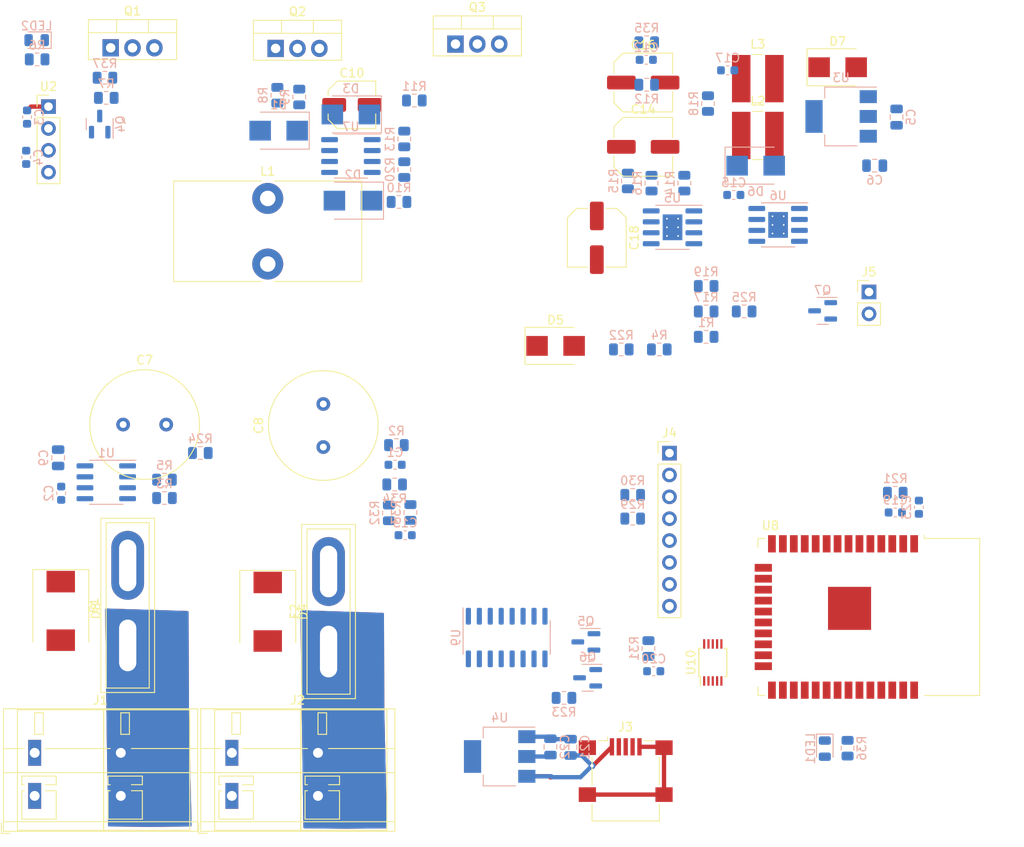
<source format=kicad_pcb>
(kicad_pcb (version 20211014) (generator pcbnew)
  (layers (0 "F.Cu" signal) (31 "B.Cu" signal) (34 "B.Paste" user) (35 "F.Paste" user) (36 "B.SilkS" user "B.Silkscreen") (37 "F.SilkS" user "F.Silkscreen") (38 "B.Mask" user) (39 "F.Mask" user) (44 "Edge.Cuts" user))
  (net 0 "")
  (net 1 "A3")
  (net 2 "GND")
  (net 3 "Net-(C2-Pad1)")
  (net 4 "+12V")
  (net 5 "Net-(C3-Pad2)")
  (net 6 "Net-(C4-Pad1)")
  (net 7 "Net-(C4-Pad2)")
  (net 8 "+5V")
  (net 9 "Net-(C7-Pad1)")
  (net 10 "Net-(C8-Pad1)")
  (net 11 "Net-(C10-Pad1)")
  (net 12 "Net-(C10-Pad2)")
  (net 13 "Net-(C12-Pad1)")
  (net 14 "A1")
  (net 15 "+3.3V")
  (net 16 "Net-(C17-Pad2)")
  (net 17 "Net-(C18-Pad1)")
  (net 18 "EN")
  (net 19 "Net-(C21-Pad1)")
  (net 20 "Net-(C22-Pad1)")
  (net 21 "Net-(D4-Pad2)")
  (net 22 "Net-(D8-Pad2)")
  (net 23 "Net-(J3-Pad2)")
  (net 24 "Net-(J3-Pad3)")
  (net 26 "SDA")
  (net 27 "SCL")
  (net 28 "GPIO17")
  (net 29 "GPIO18")
  (net 30 "GPIO19")
  (net 31 "GPIO23")
  (net 32 "Net-(J5-Pad2)")
  (net 33 "Net-(D1-Pad1)")
  (net 34 "Net-(D1-Pad2)")
  (net 35 "Net-(LED1-Pad1)")
  (net 36 "Net-(LED1-Pad2)")
  (net 37 "Net-(D2-Pad1)")
  (net 38 "Net-(Q5-Pad1)")
  (net 39 "Net-(Q5-Pad2)")
  (net 40 "Net-(Q6-Pad1)")
  (net 41 "Net-(Q6-Pad2)")
  (net 42 "GPIO0")
  (net 43 "Net-(R3-Pad1)")
  (net 44 "Net-(R3-Pad2)")
  (net 45 "A2")
  (net 46 "GPIO27")
  (net 47 "Net-(D2-Pad2)")
  (net 48 "Net-(D5-Pad2)")
  (net 49 "Net-(D6-Pad2)")
  (net 50 "Net-(LED2-Pad2)")
  (net 51 "GPIO33")
  (net 52 "GPIO32")
  (net 53 "Net-(Q7-Pad1)")
  (net 54 "GPIO34")
  (net 72 "RX")
  (net 73 "TX")
  (net 82 "Net-(Q1-Pad2)")
  (net 83 "Net-(R14-Pad2)")
  (footprint "Diode_SMD:D_SMB" (layer "F.Cu") (at 149.34 98.05)
    (fp_text reference "D5")
    (fp_text value "SS310")
  )
  (footprint "Connector_USB:USB_Mini-B_Lumberg_2486_01_Horizontal" (layer "F.Cu") (at 157.48 147.32)
    (fp_text reference "J3")
    (fp_text value "USB_B_Mini")
  )
  (footprint "Package_TO_SOT_THT:TO-220-3_Vertical" (layer "F.Cu") (at 137.7188 62.992)
    (fp_text reference "Q3")
    (fp_text value "CSD19505KCS")
  )
  (footprint "Diode_SMD:D_SMB" (layer "F.Cu") (at 182.0836 65.6844)
    (fp_text reference "D7")
    (fp_text value "SS310")
  )
  (footprint "Capacitor_SMD:C_Elec_6.3x5.8" (layer "F.Cu") (at 159.5145 74.93)
    (fp_text reference "C14")
    (fp_text value "100uF")
  )
  (footprint "Package_TO_SOT_THT:TO-220-3_Vertical" (layer "F.Cu") (at 116.84 63.5)
    (fp_text reference "Q2")
    (fp_text value "CSD19505KCS")
  )
  (footprint "Fuse:Fuse_Blade_ATO_directSolder" (layer "F.Cu") (at 99.6696 132.842 90)
    (fp_text reference "F1")
    (fp_text value "Fuse")
  )
  (footprint "Fuse:Fuse_Blade_ATO_directSolder" (layer "F.Cu") (at 122.9868 133.5568 90)
    (fp_text reference "F2")
    (fp_text value "Fuse")
  )
  (footprint "Connector_PinHeader_2.54mm:PinHeader_1x04_P2.54mm_Vertical" (layer "F.Cu") (at 90.4748 70.2564)
    (fp_text reference "U2")
    (fp_text value "B1212S")
  )
  (footprint "RF_Module:ESP32-WROOM-32" (layer "F.Cu") (at 182.71 129.54 -90)
    (fp_text reference "U8")
    (fp_text value "ESP32")
  )
  (footprint "Package_TO_SOT_THT:TO-220-3_Vertical" (layer "F.Cu") (at 97.6884 63.429)
    (fp_text reference "Q1")
    (fp_text value "CSD19505KCS")
  )
  (footprint "Inductor_THT:L_Toroid_Vertical_L21.6mm_W11.4mm_P7.62mm_Pulse_KM-3" (layer "F.Cu") (at 115.9256 80.9244)
    (fp_text reference "L1")
    (fp_text value "60uH")
  )
  (footprint "Diode_SMD:D_SMC" (layer "F.Cu") (at 115.9256 128.9304 -90)
    (fp_text reference "D4")
    (fp_text value "1N4007")
  )
  (footprint "Diode_SMD:D_SMC" (layer "F.Cu") (at 91.8972 128.8324 -90)
    (fp_text reference "D8")
    (fp_text value "1N4007")
  )
  (footprint "TerminalBlock_WAGO:TerminalBlock_WAGO_236-602_1x02_P10.00mm_45Degree" (layer "F.Cu") (at 88.87 145.32)
    (fp_text reference "J1")
    (fp_text value "Solar")
  )
  (footprint "Capacitor_SMD:C_Elec_6.3x5.8" (layer "F.Cu") (at 159.5145 67.4624)
    (fp_text reference "C16")
    (fp_text value "100uF")
  )
  (footprint "Capacitor_THT:C_Radial_D12.5mm_H20.0mm_P5.00mm" (layer "F.Cu") (at 99.14 107.188)
    (fp_text reference "C7")
    (fp_text value "470uF")
  )
  (footprint "Capacitor_SMD:C_Elec_5x5.4" (layer "F.Cu") (at 125.6995 70.0532)
    (fp_text reference "C10")
    (fp_text value "10uF")
  )
  (footprint "Inductor_SMD:L_TracoPower_TCK-047_5.2x5.8mm" (layer "F.Cu") (at 172.8162 73.6092)
    (fp_text reference "L2")
    (fp_text value "100uH")
  )
  (footprint "Capacitor_SMD:C_Elec_6.3x5.8" (layer "F.Cu") (at 154.1272 85.4964 -90)
    (fp_text reference "C18")
    (fp_text value "47uF")
  )
  (footprint "Package_SO:TSSOP-10_3x3mm_P0.5mm" (layer "F.Cu") (at 167.5892 134.8232 90)
    (fp_text reference "U10")
    (fp_text value "ADS1015")
  )
  (footprint "TerminalBlock_WAGO:TerminalBlock_WAGO_236-602_1x02_P10.00mm_45Degree" (layer "F.Cu") (at 111.76 145.32)
    (fp_text reference "J2")
    (fp_text value "Battery")
  )
  (footprint "Capacitor_THT:C_Radial_D12.5mm_H20.0mm_P5.00mm" (layer "F.Cu") (at 122.3772 109.8004 90)
    (fp_text reference "C8")
    (fp_text value "470uF")
  )
  (footprint "Connector_PinHeader_2.54mm:PinHeader_1x02_P2.54mm_Vertical" (layer "F.Cu") (at 185.7248 91.7906)
    (fp_text reference "J5")
    (fp_text value "FAN")
  )
  (footprint "Inductor_SMD:L_TracoPower_TCK-047_5.2x5.8mm" (layer "F.Cu") (at 172.8162 67.0052)
    (fp_text reference "L3")
    (fp_text value "100uH")
  )
  (footprint "Connector_PinHeader_2.54mm:PinHeader_1x08_P2.54mm_Vertical" (layer "F.Cu") (at 162.56 110.505)
    (fp_text reference "J4")
    (fp_text value "INTERFACE PORT")
  )
  (footprint "Resistor_SMD:R_0805_2012Metric" (layer "B.Cu") (at 108.1024 110.49 180)
    (fp_text reference "R24")
    (fp_text value "10k")
  )
  (footprint "Capacitor_SMD:C_0603_1608Metric" (layer "B.Cu") (at 191.516 116.7892 -90)
    (fp_text reference "C23")
    (fp_text value "100nF")
  )
  (footprint "Package_SO:SOIC-16_3.9x9.9mm_P1.27mm" (layer "B.Cu") (at 143.6624 131.9276 -90)
    (fp_text reference "U9")
    (fp_text value "CH340G")
  )
  (footprint "Diode_SMD:D_SMB" (layer "B.Cu") (at 172.5676 77.1144)
    (fp_text reference "D6")
    (fp_text value "SS310")
  )
  (footprint "Capacitor_SMD:C_0805_2012Metric" (layer "B.Cu") (at 91.5924 111.0488 -90)
    (fp_text reference "C9")
    (fp_text value "4.7uF")
  )
  (footprint "Resistor_SMD:R_0805_2012Metric" (layer "B.Cu") (at 131.7752 74.0156 -90)
    (fp_text reference "R13")
    (fp_text value "10k")
  )
  (footprint "Resistor_SMD:R_0805_2012Metric" (layer "B.Cu") (at 150.3172 138.938)
    (fp_text reference "R23")
    (fp_text value "10k")
  )
  (footprint "Resistor_SMD:R_0805_2012Metric" (layer "B.Cu") (at 159.9184 62.7888 180)
    (fp_text reference "R35")
    (fp_text value "10k")
  )
  (footprint "Resistor_SMD:R_0805_2012Metric" (layer "B.Cu") (at 131.1656 81.3308 180)
    (fp_text reference "R10")
    (fp_text value "100")
  )
  (footprint "Capacitor_SMD:C_0603_1608Metric" (layer "B.Cu") (at 91.948 115.1636 -90)
    (fp_text reference "C2")
    (fp_text value "2.2uF")
  )
  (footprint "Package_TO_SOT_SMD:SOT-23" (layer "B.Cu") (at 152.8572 132.4356 180)
    (fp_text reference "Q5")
    (fp_text value "MMBT3904 1A")
  )
  (footprint "Resistor_SMD:R_0805_2012Metric" (layer "B.Cu") (at 160.4772 79.1464 -90)
    (fp_text reference "R16")
    (fp_text value "1k")
  )
  (footprint "Diode_SMD:D_SMB" (layer "B.Cu") (at 117.1956 73.0504 180)
    (fp_text reference "D1")
    (fp_text value "SS310")
  )
  (footprint "Diode_SMD:D_SMB" (layer "B.Cu") (at 125.8152 81.1784 180)
    (fp_text reference "D2")
    (fp_text value "SS310")
  )
  (footprint "Resistor_SMD:R_0805_2012Metric" (layer "B.Cu") (at 156.97 98.46 180)
    (fp_text reference "R22")
    (fp_text value "10k")
  )
  (footprint "Capacitor_SMD:C_0603_1608Metric" (layer "B.Cu") (at 131.8768 120.0404 180)
    (fp_text reference "C13")
    (fp_text value "100nF")
  )
  (footprint "Package_TO_SOT_SMD:SOT-23" (layer "B.Cu") (at 96.4184 72.2884 90)
    (fp_text reference "Q4")
    (fp_text value "Si2306")
  )
  (footprint "Resistor_SMD:R_0805_2012Metric" (layer "B.Cu") (at 97.1804 69.2404 180)
    (fp_text reference "R7")
    (fp_text value "10k")
  )
  (footprint "Capacitor_SMD:C_0805_2012Metric" (layer "B.Cu") (at 148.7424 144.6276 90)
    (fp_text reference "C22")
    (fp_text value "4.7uF")
  )
  (footprint "Resistor_SMD:R_0805_2012Metric" (layer "B.Cu") (at 166.82 97 180)
    (fp_text reference "R1")
    (fp_text value "200k")
  )
  (footprint "Package_TO_SOT_SMD:SOT-23" (layer "B.Cu") (at 180.34 93.98 180)
    (fp_text reference "Q7")
    (fp_text value "Si2306")
  )
  (footprint "Resistor_SMD:R_0805_2012Metric" (layer "B.Cu") (at 119.5832 69.1388 -90)
    (fp_text reference "R9")
    (fp_text value "100")
  )
  (footprint "Package_TO_SOT_SMD:SOT-23" (layer "B.Cu") (at 153.0604 136.6012 180)
    (fp_text reference "Q6")
    (fp_text value "MMBT3904 1A")
  )
  (footprint "Resistor_SMD:R_0805_2012Metric" (layer "B.Cu") (at 157.734 78.8924 -90)
    (fp_text reference "R15")
    (fp_text value "15k")
  )
  (footprint "Resistor_SMD:R_0805_2012Metric" (layer "B.Cu") (at 183.2356 144.78 90)
    (fp_text reference "R36")
    (fp_text value "10k")
  )
  (footprint "Capacitor_SMD:C_0805_2012Metric" (layer "B.Cu") (at 151.0792 144.6784 90)
    (fp_text reference "C21")
    (fp_text value "4.7uF")
  )
  (footprint "Resistor_SMD:R_0805_2012Metric" (layer "B.Cu") (at 103.9368 115.7224 180)
    (fp_text reference "R3")
    (fp_text value "3.3k")
  )
  (footprint "Resistor_SMD:R_0805_2012Metric" (layer "B.Cu") (at 164.2872 79.1464 -90)
    (fp_text reference "R14")
    (fp_text value "15k")
  )
  (footprint "Diode_SMD:D_SMB" (layer "B.Cu") (at 125.5776 71.1708 180)
    (fp_text reference "D3")
    (fp_text value "SS310")
  )
  (footprint "Resistor_SMD:R_0805_2012Metric" (layer "B.Cu") (at 130.6576 114.1476)
    (fp_text reference "R34")
    (fp_text value "1k")
  )
  (footprint "Capacitor_SMD:C_0805_2012Metric" (layer "B.Cu") (at 188.9252 71.4756 90)
    (fp_text reference "C5")
    (fp_text value "4.7uF")
  )
  (footprint "Package_SO:SOIC-8-1EP_3.9x4.9mm_P1.27mm_EP2.29x3mm_ThermalVias" (layer "B.Cu") (at 162.9156 84.2772 180)
    (fp_text reference "U5")
    (fp_text value "XL7005A")
  )
  (footprint "Package_SO:SOIC-8-1EP_3.9x4.9mm_P1.27mm_EP2.29x3mm_ThermalVias" (layer "B.Cu") (at 175.1726 83.9978 180)
    (fp_text reference "U6")
    (fp_text value "XL7005A")
  )
  (footprint "Capacitor_SMD:C_0603_1608Metric" (layer "B.Cu") (at 160.7312 135.8392 180)
    (fp_text reference "C20")
    (fp_text value "100nF")
  )
  (footprint "Resistor_SMD:R_0805_2012Metric" (layer "B.Cu") (at 166.82 94.05 180)
    (fp_text reference "R17")
    (fp_text value "33k")
  )
  (footprint "Package_TO_SOT_SMD:SOT-223-3_TabPin2" (layer "B.Cu") (at 182.49 71.4 180)
    (fp_text reference "U3")
    (fp_text value "AMS1117-5.0")
  )
  (footprint "Resistor_SMD:R_0805_2012Metric" (layer "B.Cu") (at 171.23 94.05 180)
    (fp_text reference "R25")
    (fp_text value "10k")
  )
  (footprint "Resistor_SMD:R_0805_2012Metric" (layer "B.Cu") (at 167.0304 69.9008 -90)
    (fp_text reference "R18")
    (fp_text value "33k")
  )
  (footprint "Resistor_SMD:R_0805_2012Metric" (layer "B.Cu") (at 89.154 64.77 180)
    (fp_text reference "R6")
    (fp_text value "10k")
  )
  (footprint "LED_SMD:LED_0805_2012Metric" (layer "B.Cu") (at 89.1032 62.5348 180)
    (fp_text reference "LED2")
    (fp_text value "LED")
  )
  (footprint "Resistor_SMD:R_0805_2012Metric" (layer "B.Cu") (at 129.9972 117.4496 -90)
    (fp_text reference "R32")
    (fp_text value "47k")
  )
  (footprint "Resistor_SMD:R_0805_2012Metric" (layer "B.Cu") (at 160.1216 133.1976 -90)
    (fp_text reference "R31")
    (fp_text value "10k")
  )
  (footprint "Resistor_SMD:R_0805_2012Metric" (layer "B.Cu") (at 159.9184 67.7164)
    (fp_text reference "R12")
    (fp_text value "10k")
  )
  (footprint "Resistor_SMD:R_0805_2012Metric" (layer "B.Cu") (at 158.2928 118.11 180)
    (fp_text reference "R29")
    (fp_text value "10k")
  )
  (footprint "Capacitor_SMD:C_0603_1608Metric" (layer "B.Cu") (at 130.7084 111.8616 180)
    (fp_text reference "C1")
    (fp_text value "100nF")
  )
  (footprint "Package_TO_SOT_SMD:SOT-223-3_TabPin2" (layer "B.Cu") (at 142.8496 145.7452 180)
    (fp_text reference "U4")
    (fp_text value "AMS1117-3.3")
  )
  (footprint "Capacitor_SMD:C_0603_1608Metric" (layer "B.Cu") (at 87.9856 71.4756 90)
    (fp_text reference "C3")
    (fp_text value "100nF")
  )
  (footprint "Resistor_SMD:R_0805_2012Metric" (layer "B.Cu") (at 103.9368 113.5888 180)
    (fp_text reference "R5")
    (fp_text value "1k")
  )
  (footprint "Capacitor_SMD:C_0603_1608Metric" (layer "B.Cu") (at 87.884 76.1492 90)
    (fp_text reference "C4")
    (fp_text value "100nF")
  )
  (footprint "Resistor_SMD:R_0805_2012Metric" (layer "B.Cu") (at 130.8608 109.5756 180)
    (fp_text reference "R2")
    (fp_text value "5.1k")
  )
  (footprint "Capacitor_SMD:C_0603_1608Metric" (layer "B.Cu") (at 170.0276 80.518 180)
    (fp_text reference "C15")
    (fp_text value "33nF")
  )
  (footprint "Capacitor_SMD:C_0603_1608Metric" (layer "B.Cu") (at 188.7728 117.3988 180)
    (fp_text reference "C19")
    (fp_text value "470nF")
  )
  (footprint "Resistor_SMD:R_0805_2012Metric" (layer "B.Cu") (at 166.82 91.1 180)
    (fp_text reference "R19")
    (fp_text value "10k")
  )
  (footprint "Resistor_SMD:R_0805_2012Metric" (layer "B.Cu") (at 132.4864 117.3988 -90)
    (fp_text reference "R33")
    (fp_text value "47k")
  )
  (footprint "Resistor_SMD:R_0805_2012Metric" (layer "B.Cu") (at 158.2928 115.3668 180)
    (fp_text reference "R30")
    (fp_text value "10k")
  )
  (footprint "Resistor_SMD:R_0805_2012Metric" (layer "B.Cu") (at 161.38 98.46 180)
    (fp_text reference "R4")
    (fp_text value "10k")
  )
  (footprint "Capacitor_SMD:C_0603_1608Metric" (layer "B.Cu") (at 159.8676 64.8208 180)
    (fp_text reference "C12")
    (fp_text value "100nF")
  )
  (footprint "Resistor_SMD:R_0805_2012Metric" (layer "B.Cu") (at 117.0432 68.9356 -90)
    (fp_text reference "R8")
    (fp_text value "100k")
  )
  (footprint "LED_SMD:LED_0805_2012Metric" (layer "B.Cu") (at 180.594 144.8308 -90)
    (fp_text reference "LED1")
    (fp_text value "LED")
  )
  (footprint "Capacitor_SMD:C_0805_2012Metric" (layer "B.Cu") (at 186.3852 77.1144)
    (fp_text reference "C6")
    (fp_text value "4.7uF")
  )
  (footprint "Package_SO:SOIC-8_3.9x4.9mm_P1.27mm" (layer "B.Cu") (at 125.5776 75.9968 180)
    (fp_text reference "U7")
    (fp_text value "IR2104")
  )
  (footprint "Resistor_SMD:R_0805_2012Metric" (layer "B.Cu") (at 188.7728 115.1128 180)
    (fp_text reference "R21")
    (fp_text value "10k")
  )
  (footprint "Capacitor_SMD:C_0603_1608Metric" (layer "B.Cu") (at 169.3164 66.04 180)
    (fp_text reference "C17")
    (fp_text value "33nF")
  )
  (footprint "Resistor_SMD:R_0805_2012Metric" (layer "B.Cu") (at 132.9436 69.5452 180)
    (fp_text reference "R11")
    (fp_text value "100k")
  )
  (footprint "Resistor_SMD:R_0805_2012Metric" (layer "B.Cu") (at 97.028 66.9036 180)
    (fp_text reference "R37")
    (fp_text value "10k")
  )
  (footprint "Resistor_SMD:R_0805_2012Metric" (layer "B.Cu") (at 131.7752 77.5716 -90)
    (fp_text reference "R20")
    (fp_text value "10k")
  )
  (footprint "Package_SO:SOIC-8_3.9x4.9mm_P1.27mm" (layer "B.Cu") (at 97.1804 113.8936 180)
    (fp_text reference "U1")
    (fp_text value "ACS712")
  )
  (segment (start 148.59 148.0312) (end 148.7424 148.1836) (width 0.5) (layer "F.Cu") (net 0))
  (segment (start 146.2532 148.0312) (end 148.59 148.0312) (width 0.5) (layer "F.Cu") (net 0))
  (segment (start 161.93 144.72) (end 161.93 150.17) (width 0.5) (layer "F.Cu") (net 2))
  (segment (start 161.83 144.62) (end 161.93 144.72) (width 0.5) (layer "F.Cu") (net 2))
  (segment (start 159.08 144.62) (end 161.83 144.62) (width 0.5) (layer "F.Cu") (net 2))
  (segment (start 153.03 150.17) (end 161.93 150.17) (width 0.5) (layer "F.Cu") (net 2))
  (segment (start 145.9996 143.4452) (end 148.51 143.4452) (width 0.5) (layer "B.Cu") (net 2))
  (segment (start 148.51 143.4452) (end 148.7424 143.6776) (width 0.5) (layer "B.Cu") (net 2))
  (segment (start 151.0792 143.7284) (end 148.7932 143.7284) (width 0.5) (layer "B.Cu") (net 2))
  (segment (start 148.7932 143.7284) (end 148.7424 143.6776) (width 0.5) (layer "B.Cu") (net 2))
  (segment (start 90.4748 70.2564) (end 88.4428 70.2564) (width 0.5) (layer "F.Cu") (net 5))
  (segment (start 88.4428 70.2564) (end 88.1888 70.5104) (width 0.5) (layer "F.Cu") (net 5))
  (segment (start 88.1888 70.5104) (end 87.9348 70.7644) (width 0.3) (layer "F.Cu") (net 5))
  (segment (start 153.5684 146.812) (end 153.688 146.812) (width 0.5) (layer "F.Cu") (net 19))
  (segment (start 153.688 146.812) (end 155.88 144.62) (width 0.5) (layer "F.Cu") (net 19))
  (via (at 153.5684 146.812) (size 0.8) (drill 0.4) (layers "F.Cu" "B.Cu") (net 19))
  (segment (start 152.3848 145.6284) (end 153.5684 146.812) (width 0.5) (layer "B.Cu") (net 19))
  (segment (start 148.9456 148.148) (end 152.2324 148.148) (width 0.5) (layer "B.Cu") (net 19))
  (segment (start 151.0792 145.6284) (end 152.3848 145.6284) (width 0.5) (layer "B.Cu") (net 19))
  (segment (start 145.9996 148.0452) (end 148.8428 148.0452) (width 0.5) (layer "B.Cu") (net 19))
  (segment (start 148.8428 148.0452) (end 148.9456 148.148) (width 0.5) (layer "B.Cu") (net 19))
  (segment (start 152.2324 148.148) (end 153.5684 146.812) (width 0.5) (layer "B.Cu") (net 19))
  (segment (start 145.9996 145.7452) (end 148.5748 145.7452) (width 0.5) (layer "B.Cu") (net 20))
  (segment (start 148.5748 145.7452) (end 148.7424 145.5776) (width 0.5) (layer "B.Cu") (net 20))
  (zone (net 22) (net_name "Net-(D8-Pad2)") (layers F&B.Cu) (connect_pads yes (clearance 0.508)) (min_thickness 0.254) (fill yes (thermal_gap 0.508) (thermal_bridge_width 0.508))
    (polygon (pts (xy 106.736535 128.849459) (xy 106.7816 140.2588) (xy 107.0864 153.8732) (xy 102.362 153.924) (xy 97.3836 153.8732) (xy 97.033735 128.544659)))
  )
  (zone (net 22) (net_name "Net-(D8-Pad2)") (layers F&B.Cu) (connect_pads yes (clearance 0.508)) (min_thickness 0.254) (fill yes (thermal_gap 0.508) (thermal_bridge_width 0.508))
    (polygon (pts (xy 129.418249 129.060988) (xy 129.463314 140.470329) (xy 129.768114 154.084729) (xy 125.043714 154.135529) (xy 120.065314 154.084729) (xy 119.715449 128.756188)))
  )
)
</source>
